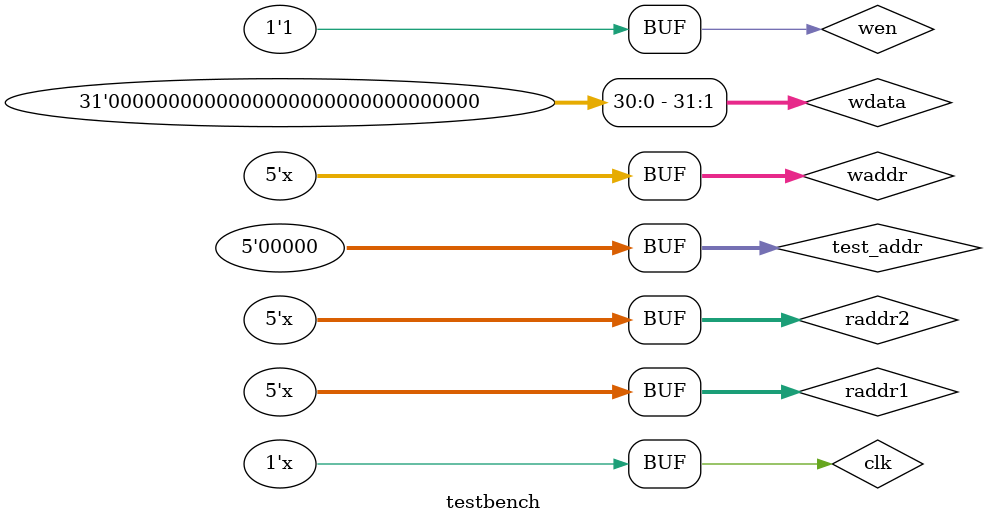
<source format=v>



////inputs
//reg clk;
//reg [4:0]raddr1;
//reg [4:0]raddr2;
//reg [4:0]waddr;
//reg [31:0]wdata;
//reg [4:0]test_addr;

////outputs
//wire [31:0]rdata1;
//wire [31:0]rdata2;
//wire [31:0]test_data;

////UUT

//regfile uut(
//.clk(clk),
//.raddr1(raddr1),
//.raddr2(raddr2),
//.waddr(waddr),
//.wdata(wdata),
//.test_addr(test_addr),
//.rdata1(rdata1),
//.rdata2(rdata2),
//.test_data(test_data)

//);
//initial begin
//clk = 0;
//raddr1 = 0;
//raddr2 = 0;


//end

//always #5 begin
//raddr1 = $random % 32;
//rdata1 = 32'd1;
//end


//endmodule
`timescale 1ns / 1ps
//////////////////////////////////////////////////////////////////////////////////
// Company: 
// Engineer: 
// 
// Create Date: 2022/04/15 17:01:03
// Design Name: 
// Module Name: tb
// Project Name: 
// Target Devices: 
// Tool Versions: 
// Description: 
// 
// Dependencies: 
// 
// Revision:
// Revision 0.01 - File Created
// Additional Comments:
// 
//////////////////////////////////////////////////////////////////////////////////

module testbench;

    // Inputs
    reg             clk;
    reg             wen;
    reg      [4 :0] raddr1;
    reg      [4 :0] raddr2;
    reg      [4 :0] waddr;
    reg      [31:0] wdata;   
    reg      [4 :0] test_addr;  

    // Outputs
    wire [31:0] rdata1;
    wire [31:0] rdata2;
    wire [31:0] test_data;

    // Instantiate the Unit Under Test (UUT)
    regfile uut (
        .clk(clk), 
        .wen(wen), 
        .raddr1(raddr1), 
        .raddr2(raddr2), 
        .waddr(waddr), 
        .wdata(wdata),
        .test_addr(test_addr),
        .rdata1(rdata1),
        .rdata2(rdata2),
        .test_data(test_data)
    );
    
initial begin
    //initialize inputs
    clk=0;
    wen=0;
    raddr1=5'b0;
    raddr2=5'b0;
    waddr=5'b0;
    wdata=32'b1;
    test_addr=5'b0;
end

    always #5 clk=~clk;
    
    always #100
    begin
    wen=1;
    wdata={$random};
    waddr=waddr+5'b1;
    end
    always #100
    begin
    raddr1=waddr-5'b1;
    raddr2=raddr1-5'b1;
    end
endmodule
</source>
